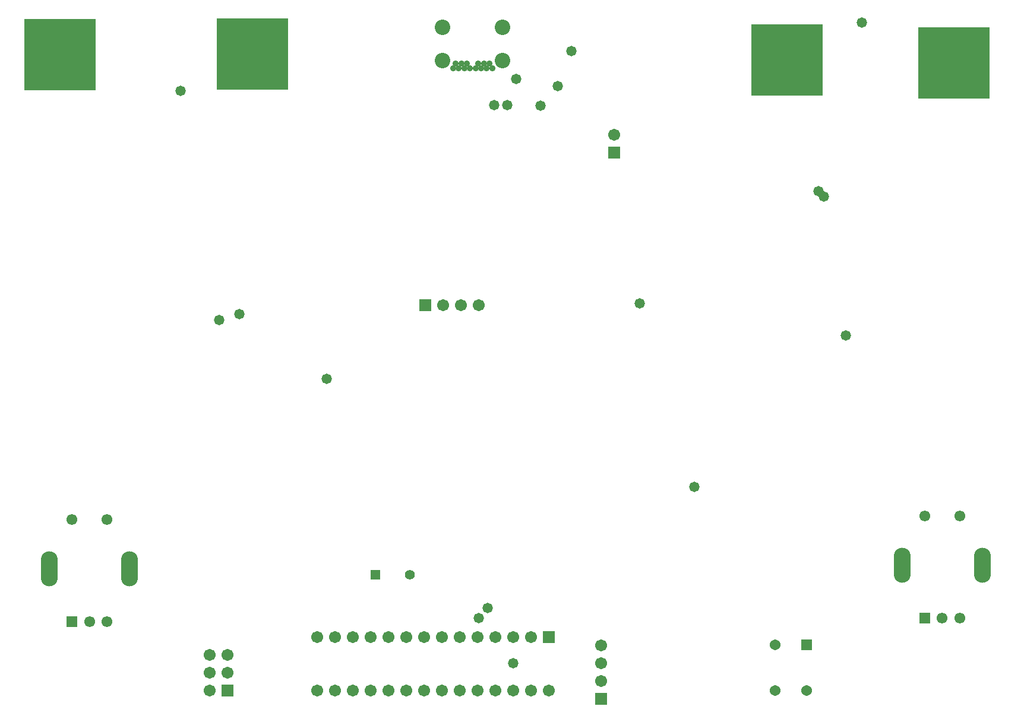
<source format=gbs>
G04*
G04 #@! TF.GenerationSoftware,Altium Limited,Altium Designer,22.11.1 (43)*
G04*
G04 Layer_Color=16711935*
%FSLAX25Y25*%
%MOIN*%
G70*
G04*
G04 #@! TF.SameCoordinates,F1E40A5C-0621-48A3-8FA6-9D6C7DDBF0E7*
G04*
G04*
G04 #@! TF.FilePolarity,Negative*
G04*
G01*
G75*
%ADD46R,0.06706X0.06706*%
%ADD50C,0.06706*%
%ADD51R,0.06706X0.06706*%
%ADD52C,0.03556*%
%ADD53C,0.08713*%
%ADD54C,0.06063*%
%ADD55R,0.06063X0.06063*%
%ADD56R,0.40170X0.40170*%
G04:AMPARAMS|DCode=57|XSize=94.49mil|YSize=196.85mil|CornerRadius=47.24mil|HoleSize=0mil|Usage=FLASHONLY|Rotation=0.000|XOffset=0mil|YOffset=0mil|HoleType=Round|Shape=RoundedRectangle|*
%AMROUNDEDRECTD57*
21,1,0.09449,0.10236,0,0,0.0*
21,1,0.00000,0.19685,0,0,0.0*
1,1,0.09449,0.00000,-0.05118*
1,1,0.09449,0.00000,-0.05118*
1,1,0.09449,0.00000,0.05118*
1,1,0.09449,0.00000,0.05118*
%
%ADD57ROUNDEDRECTD57*%
%ADD58C,0.06102*%
%ADD59R,0.06102X0.06102*%
%ADD60R,0.05524X0.05524*%
%ADD61C,0.05524*%
%ADD62C,0.05800*%
D46*
X352000Y332000D02*
D03*
D50*
X458000Y427500D02*
D03*
X382000Y332000D02*
D03*
X372000D02*
D03*
X362000D02*
D03*
X231000Y115500D02*
D03*
X241000Y125500D02*
D03*
X231000D02*
D03*
X241000Y135500D02*
D03*
X231000D02*
D03*
X291358Y115705D02*
D03*
X301358D02*
D03*
X311358D02*
D03*
X321358D02*
D03*
X331358D02*
D03*
X341358D02*
D03*
X351358D02*
D03*
X361358D02*
D03*
X371358D02*
D03*
X381358D02*
D03*
X391358D02*
D03*
X401358D02*
D03*
X411358D02*
D03*
X421358D02*
D03*
X291358Y145705D02*
D03*
X301358D02*
D03*
X311358D02*
D03*
X321358D02*
D03*
X331358D02*
D03*
X341358D02*
D03*
X351358D02*
D03*
X361358D02*
D03*
X371358D02*
D03*
X381358D02*
D03*
X391358D02*
D03*
X401358D02*
D03*
X411358D02*
D03*
X450500Y141000D02*
D03*
Y131000D02*
D03*
Y121000D02*
D03*
D51*
X458000Y417500D02*
D03*
X241000Y115500D02*
D03*
X421358Y145705D02*
D03*
X450500Y111000D02*
D03*
D52*
X367476Y464890D02*
D03*
X369051Y467646D02*
D03*
X372201D02*
D03*
X373776Y464890D02*
D03*
X375350Y467646D02*
D03*
X376925Y464890D02*
D03*
X380075D02*
D03*
X381650Y467646D02*
D03*
X383224Y464890D02*
D03*
X384799Y467646D02*
D03*
X387949D02*
D03*
X389524Y464890D02*
D03*
X386374D02*
D03*
X370626D02*
D03*
D53*
X395311Y469417D02*
D03*
X361689D02*
D03*
X395311Y488039D02*
D03*
X361689D02*
D03*
D54*
X548142Y115705D02*
D03*
Y141295D02*
D03*
X565858Y115705D02*
D03*
D55*
Y141295D02*
D03*
D56*
X648500Y468000D02*
D03*
X255000Y473000D02*
D03*
X147000Y472500D02*
D03*
X555000Y469500D02*
D03*
D57*
X185941Y184000D02*
D03*
X141059D02*
D03*
X664441Y186000D02*
D03*
X619559D02*
D03*
D58*
X163500Y154472D02*
D03*
X173342D02*
D03*
Y211559D02*
D03*
X153657D02*
D03*
X642000Y156473D02*
D03*
X651843D02*
D03*
Y213559D02*
D03*
X632158D02*
D03*
D59*
X153657Y154472D02*
D03*
X632158Y156473D02*
D03*
D60*
X323894Y180500D02*
D03*
D61*
X343106D02*
D03*
D62*
X472199Y333099D02*
D03*
X433800Y474600D02*
D03*
X402800Y458900D02*
D03*
X296400Y290700D02*
D03*
X214421Y452421D02*
D03*
X426382Y455000D02*
D03*
X596900Y490700D02*
D03*
X572700Y396000D02*
D03*
X236072Y323800D02*
D03*
X390400Y444400D02*
D03*
X247500Y327000D02*
D03*
X588000Y315100D02*
D03*
X502882Y229982D02*
D03*
X575600Y393100D02*
D03*
X386900Y162000D02*
D03*
X382053Y156400D02*
D03*
X398000Y444200D02*
D03*
X401358Y131000D02*
D03*
X416700Y444000D02*
D03*
M02*

</source>
